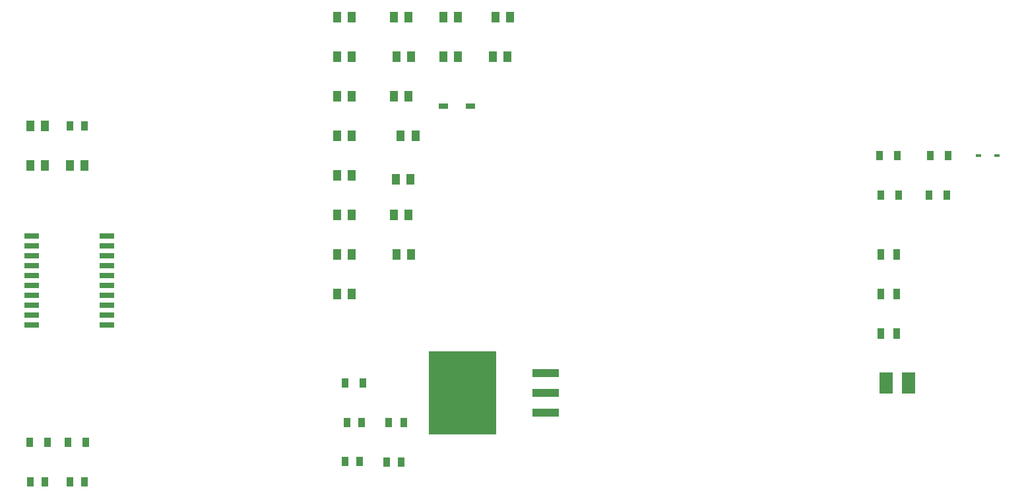
<source format=gbr>
G04*
G04 #@! TF.GenerationSoftware,Altium Limited,Altium Designer,22.4.2 (48)*
G04*
G04 Layer_Color=8421504*
%FSLAX25Y25*%
%MOIN*%
G70*
G04*
G04 #@! TF.SameCoordinates,2971098F-D652-4CA7-83C6-057752F44447*
G04*
G04*
G04 #@! TF.FilePolarity,Positive*
G04*
G01*
G75*
%ADD16R,0.03937X0.05512*%
%ADD17R,0.07480X0.02756*%
%ADD18R,0.04528X0.03150*%
%ADD19R,0.13386X0.03937*%
%ADD20R,0.33858X0.42126*%
%ADD21R,0.03543X0.05118*%
%ADD22R,0.03740X0.05709*%
%ADD23R,0.06514X0.11048*%
%ADD24R,0.02835X0.01654*%
D16*
X272480Y250000D02*
D03*
X265000D02*
D03*
X297480Y290000D02*
D03*
X290000D02*
D03*
X322480Y270000D02*
D03*
X315000D02*
D03*
X297480D02*
D03*
X290000D02*
D03*
X323740Y290000D02*
D03*
X316260D02*
D03*
X88740Y235000D02*
D03*
X81260D02*
D03*
X108740Y215000D02*
D03*
X101260D02*
D03*
X81260D02*
D03*
X88740D02*
D03*
X266000Y208000D02*
D03*
X273480D02*
D03*
X236260Y190000D02*
D03*
X243740D02*
D03*
X236260Y210000D02*
D03*
X243740D02*
D03*
X268520Y230000D02*
D03*
X276000D02*
D03*
X236260D02*
D03*
X243740D02*
D03*
X236260Y250000D02*
D03*
X243740D02*
D03*
X266260Y270000D02*
D03*
X273740D02*
D03*
X236260D02*
D03*
X243740D02*
D03*
X236260Y290000D02*
D03*
X243740D02*
D03*
X265000D02*
D03*
X272480D02*
D03*
X236260Y150000D02*
D03*
X243740D02*
D03*
X266260Y170000D02*
D03*
X273740D02*
D03*
X236260D02*
D03*
X243740D02*
D03*
X272480Y190000D02*
D03*
X265000D02*
D03*
D17*
X119898Y159500D02*
D03*
X82102Y179500D02*
D03*
Y174500D02*
D03*
Y169500D02*
D03*
Y164500D02*
D03*
Y159500D02*
D03*
Y154500D02*
D03*
Y149500D02*
D03*
Y144500D02*
D03*
Y139500D02*
D03*
Y134500D02*
D03*
X119898D02*
D03*
Y139500D02*
D03*
Y144500D02*
D03*
Y149500D02*
D03*
Y154500D02*
D03*
Y164500D02*
D03*
Y169500D02*
D03*
Y174500D02*
D03*
Y179500D02*
D03*
D18*
X290000Y245000D02*
D03*
X303780D02*
D03*
D19*
X341555Y90000D02*
D03*
Y100000D02*
D03*
Y110000D02*
D03*
D20*
X299823Y100000D02*
D03*
D21*
X101260Y235000D02*
D03*
X108740D02*
D03*
X88740Y55000D02*
D03*
X81260D02*
D03*
X108740D02*
D03*
X101260D02*
D03*
X109528Y75000D02*
D03*
X100472D02*
D03*
X80945D02*
D03*
X90000D02*
D03*
X510945Y200000D02*
D03*
X520000D02*
D03*
X510472Y220000D02*
D03*
X519528D02*
D03*
X535945D02*
D03*
X545000D02*
D03*
X535472Y200000D02*
D03*
X544528D02*
D03*
X262520Y85000D02*
D03*
X270000D02*
D03*
X241260D02*
D03*
X248740D02*
D03*
X240472Y105000D02*
D03*
X249528D02*
D03*
X261260Y65000D02*
D03*
X268740D02*
D03*
X240260Y65500D02*
D03*
X247740D02*
D03*
D22*
X511063Y130000D02*
D03*
X518937D02*
D03*
X511063Y150000D02*
D03*
X518937D02*
D03*
X511063Y170000D02*
D03*
X518937D02*
D03*
D23*
X525000Y105000D02*
D03*
X513773D02*
D03*
D24*
X569724Y220000D02*
D03*
X560276D02*
D03*
M02*

</source>
